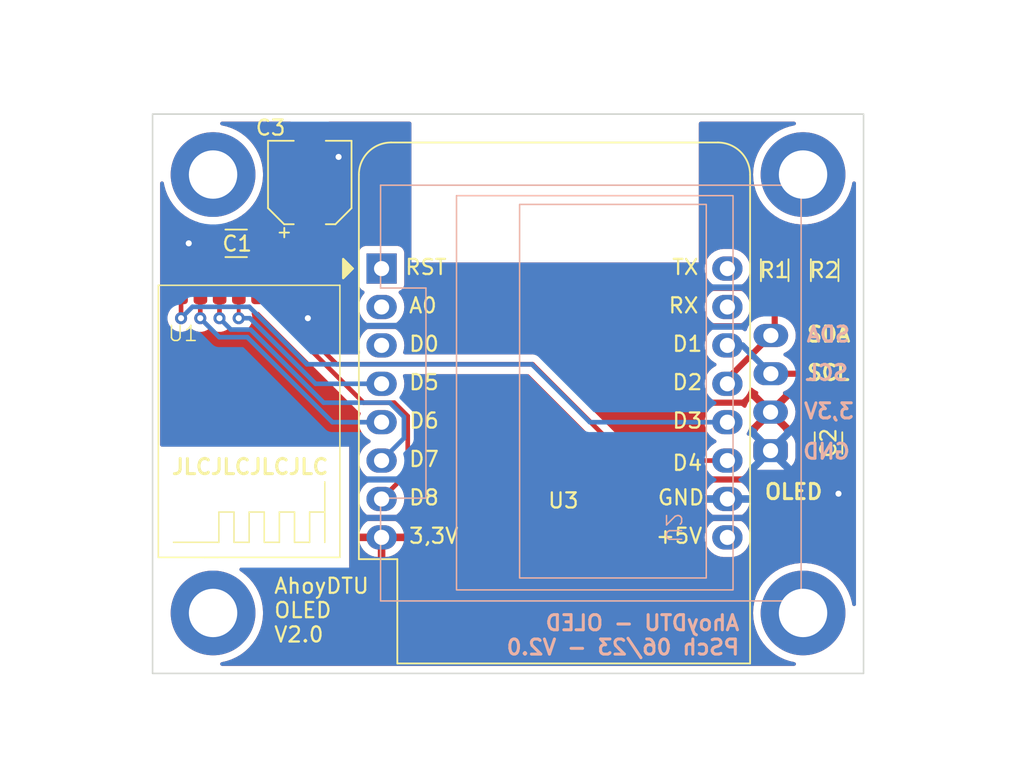
<source format=kicad_pcb>
(kicad_pcb (version 20221018) (generator pcbnew)
  (layers (0 "F.Cu" signal) (31 "B.Cu" signal) (34 "B.Paste" user) (35 "F.Paste" user) (36 "B.SilkS" user "B.Silkscreen") (37 "F.SilkS" user "F.Silkscreen") (38 "B.Mask" user) (39 "F.Mask" user) (44 "Edge.Cuts" user))
  (net 0 "")
  (net 1 "GNDD")
  (net 6 "D3")
  (net 7 "D4")
  (net 8 "SDA")
  (net 9 "D8")
  (net 10 "D7")
  (net 11 "D6")
  (net 12 "D5")
  (net 13 "SCL")
  (net 16 "+3.3V")
  (footprint "Module:WEMOS_D1_mini_light" (layer "F.Cu") (at 101.14 76.22)
    (fp_text reference "U3" (at 12.017 15.347) (layer "F.SilkS"))
    (fp_text value "WeMos_D1_mini")
    (fp_line (start -1.5 19.22) (end -1.5 -6.21) (stroke (width 0.12)) (layer "F.SilkS"))
    (fp_line (start -1.5 19.22) (end 1.04 19.22) (stroke (width 0.12)) (layer "F.SilkS"))
    (fp_line (start 1.04 19.22) (end 1.04 26.12) (stroke (width 0.12)) (layer "F.SilkS"))
    (fp_line (start 1.04 26.12) (end 24.36 26.12) (stroke (width 0.12)) (layer "F.SilkS"))
    (fp_line (start 22.24 -8.34) (end 0.63 -8.34) (stroke (width 0.12)) (layer "F.SilkS"))
    (fp_line (start 24.36 26.12) (end 24.36 -6.21) (stroke (width 0.12)) (layer "F.SilkS"))
    (fp_arc (start -1.5 -6.21) (mid -0.876137 -7.716137) (end 0.63 -8.34) (stroke (width 0.12)) (layer "F.SilkS"))
    (fp_arc (start 22.23 -8.34) (mid 23.736137 -7.716137) (end 24.36 -6.21) (stroke (width 0.12)) (layer "F.SilkS"))
    (fp_poly (pts (xy -2.54 -0.635) (xy -2.54 0.635) (xy -1.905 0)) (stroke (width 0.15)) (fill solid) (layer "F.SilkS"))
    (pad "1" thru_hole rect (at 0 0) (size 2 2) (drill 1) (layers "*.Cu" "*.Mask"))
    (pad "2" thru_hole oval (at 0 2.54) (size 2 1.6) (drill 1) (layers "*.Cu" "*.Mask"))
    (pad "3" thru_hole oval (at 0 5.08) (size 2 1.6) (drill 1) (layers "*.Cu" "*.Mask"))
    (pad "4" thru_hole oval (at 0 7.62) (size 2 1.6) (drill 1) (layers "*.Cu" "*.Mask") (net 12 "D5"))
    (pad "5" thru_hole oval (at 0 10.16) (size 2 1.6) (drill 1) (layers "*.Cu" "*.Mask") (net 11 "D6"))
    (pad "6" thru_hole oval (at 0 12.7) (size 2 1.6) (drill 1) (layers "*.Cu" "*.Mask") (net 10 "D7"))
    (pad "7" thru_hole oval (at 0 15.24) (size 2 1.6) (drill 1) (layers "*.Cu" "*.Mask") (net 9 "D8"))
    (pad "8" thru_hole oval (at 0 17.78) (size 2 1.6) (drill 1) (layers "*.Cu" "*.Mask") (net 16 "+3.3V"))
    (pad "9" thru_hole oval (at 22.86 17.78) (size 2 1.6) (drill 1) (layers "*.Cu" "*.Mask"))
    (pad "10" thru_hole oval (at 22.86 15.24) (size 2 1.6) (drill 1) (layers "*.Cu" "*.Mask") (net 1 "GNDD"))
    (pad "11" thru_hole oval (at 22.86 12.7) (size 2 1.6) (drill 1) (layers "*.Cu" "*.Mask") (net 7 "D4"))
    (pad "12" thru_hole oval (at 22.86 10.16) (size 2 1.6) (drill 1) (layers "*.Cu" "*.Mask") (net 6 "D3"))
    (pad "13" thru_hole oval (at 22.86 7.62) (size 2 1.6) (drill 1) (layers "*.Cu" "*.Mask") (net 8 "SDA"))
    (pad "14" thru_hole oval (at 22.86 5.08) (size 2 1.6) (drill 1) (layers "*.Cu" "*.Mask") (net 13 "SCL"))
    (pad "15" thru_hole oval (at 22.86 2.54) (size 2 1.6) (drill 1) (layers "*.Cu" "*.Mask"))
    (pad "16" thru_hole oval (at 22.86 0) (size 2 1.6) (drill 1) (layers "*.Cu" "*.Mask"))
  )
  (footprint "Resistor_SMD:R_1206_3216Metric_Pad1.30x1.75mm_HandSolder" (layer "F.Cu") (at 130.429 76.327 90)
    (fp_text reference "R2" (at 0 -0.0254) (layer "F.SilkS"))
    (fp_text value "1k")
    (fp_line (start -0.727064 -0.91) (end 0.727064 -0.91) (stroke (width 0.12)) (layer "F.SilkS"))
    (fp_line (start -0.727064 0.91) (end 0.727064 0.91) (stroke (width 0.12)) (layer "F.SilkS"))
    (pad "1" smd roundrect (at -1.55 0 90) (size 1.3 1.75) (layers "F.Cu" "F.Paste" "F.Mask") (roundrect_rratio 0.1923076923) (net 13 "SCL"))
    (pad "2" smd roundrect (at 1.55 0 90) (size 1.3 1.75) (layers "F.Cu" "F.Paste" "F.Mask") (roundrect_rratio 0.1923076923) (net 16 "+3.3V"))
  )
  (footprint "Capacitor_SMD:CP_Elec_5x5.3" (layer "F.Cu") (at 96.393 70.526 90)
    (fp_text reference "C3" (at 3.6224 -2.5908 180) (layer "F.SilkS"))
    (fp_text value "47µF/16V")
    (fp_line (start -3.625 -1.685) (end -3 -1.685) (stroke (width 0.12)) (layer "F.SilkS"))
    (fp_line (start -3.3125 -1.9975) (end -3.3125 -1.3725) (stroke (width 0.12)) (layer "F.SilkS"))
    (fp_line (start -2.76 -1.695563) (end -2.76 -1.06) (stroke (width 0.12)) (layer "F.SilkS"))
    (fp_line (start -2.76 -1.695563) (end -1.695563 -2.76) (stroke (width 0.12)) (layer "F.SilkS"))
    (fp_line (start -2.76 1.695563) (end -2.76 1.06) (stroke (width 0.12)) (layer "F.SilkS"))
    (fp_line (start -2.76 1.695563) (end -1.695563 2.76) (stroke (width 0.12)) (layer "F.SilkS"))
    (fp_line (start -1.695563 -2.76) (end 2.76 -2.76) (stroke (width 0.12)) (layer "F.SilkS"))
    (fp_line (start -1.695563 2.76) (end 2.76 2.76) (stroke (width 0.12)) (layer "F.SilkS"))
    (fp_line (start 2.76 -2.76) (end 2.76 -1.06) (stroke (width 0.12)) (layer "F.SilkS"))
    (fp_line (start 2.76 2.76) (end 2.76 1.06) (stroke (width 0.12)) (layer "F.SilkS"))
    (pad "1" smd roundrect (at -2.2 0 90) (size 3 1.6) (layers "F.Cu" "F.Paste" "F.Mask") (roundrect_rratio 0.15625) (net 16 "+3.3V"))
    (pad "2" smd roundrect (at 2.2 0 90) (size 3 1.6) (layers "F.Cu" "F.Paste" "F.Mask") (roundrect_rratio 0.15625) (net 1 "GNDD"))
  )
  (footprint "Resistor_SMD:R_1206_3216Metric_Pad1.30x1.75mm_HandSolder" (layer "F.Cu") (at 127.127 76.327 90)
    (fp_text reference "R1" (at 0 -0.0254) (layer "F.SilkS"))
    (fp_text value "1k")
    (fp_line (start -0.727064 -0.91) (end 0.727064 -0.91) (stroke (width 0.12)) (layer "F.SilkS"))
    (fp_line (start -0.727064 0.91) (end 0.727064 0.91) (stroke (width 0.12)) (layer "F.SilkS"))
    (pad "1" smd roundrect (at -1.55 0 90) (size 1.3 1.75) (layers "F.Cu" "F.Paste" "F.Mask") (roundrect_rratio 0.1923076923) (net 8 "SDA"))
    (pad "2" smd roundrect (at 1.55 0 90) (size 1.3 1.75) (layers "F.Cu" "F.Paste" "F.Mask") (roundrect_rratio 0.1923076923) (net 16 "+3.3V"))
  )
  (footprint "MountingHole:MountingHole_3.2mm_M3_DIN965_Pad" (layer "F.Cu") (at 129 70)
    (fp_text reference "H2" hide)
    (fp_text value "MountingHole")
    (pad "1" thru_hole circle (at 0 0) (size 5.6 5.6) (drill 3.2) (layers "*.Cu" "*.Mask"))
  )
  (footprint "MountingHole:MountingHole_3.2mm_M3_DIN965_Pad" (layer "F.Cu") (at 90 70)
    (fp_text reference "H1" hide)
    (fp_text value "MountingHole")
    (pad "1" thru_hole circle (at 0 0) (size 5.6 5.6) (drill 3.2) (layers "*.Cu" "*.Mask"))
  )
  (footprint "MountingHole:MountingHole_3.2mm_M3_DIN965_Pad" (layer "F.Cu") (at 90 99)
    (fp_text reference "H4" hide)
    (fp_text value "MountingHole")
    (pad "1" thru_hole circle (at 0 0) (size 5.6 5.6) (drill 3.2) (layers "*.Cu" "*.Mask"))
  )
  (footprint "MountingHole:MountingHole_3.2mm_M3_DIN965_Pad" (layer "F.Cu") (at 129 99)
    (fp_text reference "H3" hide)
    (fp_text value "MountingHole")
    (pad "1" thru_hole circle (at 0 0) (size 5.6 5.6) (drill 3.2) (layers "*.Cu" "*.Mask"))
  )
  (footprint "lib_psch:NRF24L01+_SMD" (layer "F.Cu") (at 92.384 77.325 180)
    (fp_text reference "U1" (at 4.373 -3.193 unlocked) (layer "F.SilkS") (effects (font (thickness 0.1))))
    (fp_text value "~")
    (fp_line (start -6 -18) (end -6 0) (stroke (width 0.1)) (layer "F.SilkS"))
    (fp_line (start -6 0) (end 6 0) (stroke (width 0.1)) (layer "F.SilkS"))
    (fp_line (start -5 -17) (end -5 -13) (stroke (width 0.1)) (layer "F.SilkS"))
    (fp_line (start -5 -15) (end -5 -17) (stroke (width 0.1)) (layer "F.SilkS"))
    (fp_line (start -5 -15) (end -4 -15) (stroke (width 0.1)) (layer "F.SilkS"))
    (fp_line (start -4 -17) (end -3 -17) (stroke (width 0.1)) (layer "F.SilkS"))
    (fp_line (start -4 -15) (end -4 -17) (stroke (width 0.1)) (layer "F.SilkS"))
    (fp_line (start -3 -17) (end -3 -15) (stroke (width 0.1)) (layer "F.SilkS"))
    (fp_line (start -3 -15) (end -2 -15) (stroke (width 0.1)) (layer "F.SilkS"))
    (fp_line (start -2 -17) (end -1 -17) (stroke (width 0.1)) (layer "F.SilkS"))
    (fp_line (start -2 -15) (end -2 -17) (stroke (width 0.1)) (layer "F.SilkS"))
    (fp_line (start -1 -17) (end -1 -15) (stroke (width 0.1)) (layer "F.SilkS"))
    (fp_line (start -1 -15) (end 0 -15) (stroke (width 0.1)) (layer "F.SilkS"))
    (fp_line (start 0 -17) (end 1 -17) (stroke (width 0.1)) (layer "F.SilkS"))
    (fp_line (start 0 -15) (end 0 -17) (stroke (width 0.1)) (layer "F.SilkS"))
    (fp_line (start 1 -17) (end 1 -15) (stroke (width 0.1)) (layer "F.SilkS"))
    (fp_line (start 1 -15) (end 2 -15) (stroke (width 0.1)) (layer "F.SilkS"))
    (fp_line (start 2 -18) (end 3 -18) (stroke (width 0.1)) (layer "F.SilkS"))
    (fp_line (start 2 -17) (end 5 -17) (stroke (width 0.1)) (layer "F.SilkS"))
    (fp_line (start 2 -15) (end 2 -17) (stroke (width 0.1)) (layer "F.SilkS"))
    (fp_line (start 6 -18) (end -6 -18) (stroke (width 0.1)) (layer "F.SilkS"))
    (fp_line (start 6 0) (end 6 -18) (stroke (width 0.1)) (layer "F.SilkS"))
    (pad "1" smd roundrect (at -4.4 0 270) (size 2.5 0.9) (layers "F.Cu" "F.Paste" "F.Mask") (net 16 "+3.3V"))
    (pad "2" smd roundrect (at -3.13 0 270) (size 2.5 0.9) (layers "F.Cu" "F.Paste" "F.Mask") (net 1 "GNDD"))
    (pad "3" smd roundrect (at -1.86 0 270) (size 2.5 0.9) (layers "F.Cu" "F.Paste" "F.Mask") (net 7 "D4"))
    (pad "4" smd roundrect (at -0.59 0 270) (size 2.5 0.9) (layers "F.Cu" "F.Paste" "F.Mask") (net 9 "D8"))
    (pad "5" smd roundrect (at 0.68 0 270) (size 2.5 0.9) (layers "F.Cu" "F.Paste" "F.Mask") (net 12 "D5"))
    (pad "6" smd roundrect (at 1.95 0 270) (size 2.5 0.9) (layers "F.Cu" "F.Paste" "F.Mask") (net 10 "D7"))
    (pad "7" smd roundrect (at 3.22 0 270) (size 2.5 0.9) (layers "F.Cu" "F.Paste" "F.Mask") (net 11 "D6"))
    (pad "8" smd roundrect (at 4.5 0 270) (size 2.5 0.9) (layers "F.Cu" "F.Paste" "F.Mask") (net 6 "D3"))
  )
  (footprint "Capacitor_SMD:C_1206_3216Metric_Pad1.33x1.80mm_HandSolder" (layer "F.Cu") (at 91.5285 74.549 180)
    (fp_text reference "C1" (at -0.0639 -0.0254) (layer "F.SilkS"))
    (fp_text value "100nF")
    (fp_line (start -0.711252 -0.91) (end 0.711252 -0.91) (stroke (width 0.12)) (layer "F.SilkS"))
    (fp_line (start -0.711252 0.91) (end 0.711252 0.91) (stroke (width 0.12)) (layer "F.SilkS"))
    (pad "1" smd roundrect (at -1.5625 0 180) (size 1.325 1.8) (layers "F.Cu" "F.Paste" "F.Mask") (roundrect_rratio 0.1886792453) (net 16 "+3.3V"))
    (pad "2" smd roundrect (at 1.5625 0 180) (size 1.325 1.8) (layers "F.Cu" "F.Paste" "F.Mask") (roundrect_rratio 0.1886792453) (net 1 "GNDD"))
  )
  (footprint "Capacitor_SMD:C_1206_3216Metric_Pad1.33x1.80mm_HandSolder" (layer "F.Cu") (at 130.683 87.757 90)
    (fp_text reference "C2" (at 0 0 90) (layer "F.SilkS"))
    (fp_text value "100nF" hide)
    (fp_line (start -0.711252 -0.91) (end 0.711252 -0.91) (stroke (width 0.12)) (layer "F.SilkS"))
    (fp_line (start -0.711252 0.91) (end 0.711252 0.91) (stroke (width 0.12)) (layer "F.SilkS"))
    (pad "1" smd roundrect (at -1.5625 0 90) (size 1.325 1.8) (layers "F.Cu" "F.Paste" "F.Mask") (roundrect_rratio 0.1886792453) (net 1 "GNDD"))
    (pad "2" smd roundrect (at 1.5625 0 90) (size 1.325 1.8) (layers "F.Cu" "F.Paste" "F.Mask") (roundrect_rratio 0.1886792453) (net 16 "+3.3V"))
  )
  (footprint "lib_psch:OLED_0.96" (layer "B.Cu") (at 101.073 98.205 90)
    (fp_text reference "U2" (at 4.84 19.36 270 unlocked) (layer "B.SilkS") (effects (font (thickness 0.1)) (justify mirror)))
    (fp_text value "~")
    (fp_line (start 0 0) (end 0 27.8) (stroke (width 0.1)) (layer "B.SilkS"))
    (fp_line (start 0 0) (end 6.8 0) (stroke (width 0.1)) (layer "B.SilkS"))
    (fp_line (start 0 27.8) (end 27.5 27.8) (stroke (width 0.1)) (layer "B.SilkS"))
    (fp_line (start 6.8 0) (end 6.8 3) (stroke (width 0.1)) (layer "B.SilkS"))
    (fp_line (start 6.8 3) (end 20.7 3) (stroke (width 0.1)) (layer "B.SilkS"))
    (fp_line (start 20.7 0) (end 20.7 3) (stroke (width 0.1)) (layer "B.SilkS"))
    (fp_line (start 27.5 0) (end 20.7 0) (stroke (width 0.1)) (layer "B.SilkS"))
    (fp_line (start 27.5 27.8) (end 27.5 0) (stroke (width 0.1)) (layer "B.SilkS"))
    (fp_rect (start 0.73 23.3) (end 26.81 5.02) (stroke (width 0.1)) (fill none) (layer "B.SilkS"))
    (fp_rect (start 1.52 21.53) (end 26.23 9.19) (stroke (width 0.1)) (fill none) (layer "B.SilkS"))
    (pad "1" thru_hole roundrect (at 9.94 25.78) (size 2.286 1.524) (drill 1) (layers "*.Cu" "*.Mask") (net 1 "GNDD"))
    (pad "2" thru_hole oval (at 12.49 25.78) (size 2.286 1.524) (drill 1) (layers "*.Cu" "*.Mask") (net 16 "+3.3V"))
    (pad "3" thru_hole oval (at 15.03 25.8) (size 2.286 1.524) (drill 1) (layers "*.Cu" "*.Mask") (net 13 "SCL"))
    (pad "4" thru_hole oval (at 17.56 25.8) (size 2.286 1.524) (drill 1) (layers "*.Cu" "*.Mask") (net 8 "SDA"))
  )
  (gr_rect (start 86 66) (end 133 103) (stroke (width 0.1)) (fill none) (layer "Edge.Cuts"))
  (gr_text "GND" (at 132.207 88.9) (layer "B.SilkS") (effects (font (size 1 1) (thickness 0.2) bold) (justify left bottom mirror)))
  (gr_text "SDA" (at 132.207 81.153) (layer "B.SilkS") (effects (font (size 1 1) (thickness 0.2) bold) (justify left bottom mirror)))
  (gr_text "SCL" (at 132.08 83.693) (layer "B.SilkS") (effects (font (size 1 1) (thickness 0.2) bold) (justify left bottom mirror)))
  (gr_text "3,3V" (at 132.461 86.233) (layer "B.SilkS") (effects (font (size 1 1) (thickness 0.2) bold) (justify left bottom mirror)))
  (gr_text "AhoyDTU - OLED\nPSch 06/23 - V2.0" (at 124.8918 101.854) (layer "B.SilkS") (effects (font (size 1 1) (thickness 0.2) bold) (justify left bottom mirror)))
  (gr_text "JLCJLCJLCJLC" (at 87.1728 89.916) (layer "F.SilkS") (effects (font (size 1 1) (thickness 0.2) bold) (justify left bottom)))
  (gr_text "TX" (at 122.174 76.708) (layer "F.SilkS") (effects (font (size 1 1)) (justify right bottom)))
  (gr_text "D7" (at 102.87 89.408) (layer "F.SilkS") (effects (font (size 1 1)) (justify left bottom)))
  (gr_text "AhoyDTU\nOLED\nV2.0" (at 93.9546 101.0158) (layer "F.SilkS") (effects (font (size 1 1)) (justify left bottom)))
  (gr_text "D8" (at 102.87 91.948) (layer "F.SilkS") (effects (font (size 1 1)) (justify left bottom)))
  (gr_text "D3" (at 122.428 86.868) (layer "F.SilkS") (effects (font (size 1 1)) (justify right bottom)))
  (gr_text "RST" (at 102.616 76.708) (layer "F.SilkS") (effects (font (size 1 1)) (justify left bottom)))
  (gr_text "OLED" (at 126.365 91.567) (layer "F.SilkS") (effects (font (size 1 1) (thickness 0.2) bold) (justify left bottom)))
  (gr_text "D0" (at 102.87 81.788) (layer "F.SilkS") (effects (font (size 1 1)) (justify left bottom)))
  (gr_text "SCL" (at 129.159 83.693) (layer "F.SilkS") (effects (font (size 1 1) (thickness 0.2) bold) (justify left bottom)))
  (gr_text "D5" (at 102.87 84.328) (layer "F.SilkS") (effects (font (size 1 1)) (justify left bottom)))
  (gr_text "A0" (at 102.87 79.248) (layer "F.SilkS") (effects (font (size 1 1)) (justify left bottom)))
  (gr_text "+5V" (at 122.428 94.488) (layer "F.SilkS") (effects (font (size 1 1)) (justify right bottom)))
  (gr_text "D4" (at 122.428 89.662) (layer "F.SilkS") (effects (font (size 1 1)) (justify right bottom)))
  (gr_text "GND" (at 122.555 91.948) (layer "F.SilkS") (effects (font (size 1 1)) (justify right bottom)))
  (gr_text "RX" (at 122.174 79.248) (layer "F.SilkS") (effects (font (size 1 1)) (justify right bottom)))
  (gr_text "SDA" (at 129.159 81.153) (layer "F.SilkS") (effects (font (size 1 1) (thickness 0.2) bold) (justify left bottom)))
  (gr_text "D1" (at 122.428 81.788) (layer "F.SilkS") (effects (font (size 1 1)) (justify right bottom)))
  (gr_text "D2" (at 122.428 84.328) (layer "F.SilkS") (effects (font (size 1 1)) (justify right bottom)))
  (gr_text "D6" (at 102.87 86.868) (layer "F.SilkS") (effects (font (size 1 1)) (justify left bottom)))
  (gr_text "3,3V" (at 102.87 94.488) (layer "F.SilkS") (effects (font (size 1 1)) (justify left bottom)))
  (segment (start 96.266 79.502) (end 95.514 78.75) (width 0.508) (layer "F.Cu") (net 1))
  (segment (start 130.683 90.4494) (end 131.3434 91.1098) (width 0.508) (layer "F.Cu") (net 1))
  (segment (start 130.683 89.3195) (end 130.683 90.4494) (width 0.508) (layer "F.Cu") (net 1))
  (segment (start 88.392 74.549) (end 89.966 74.549) (width 0.508) (layer "F.Cu") (net 1))
  (segment (start 95.514 78.75) (end 95.514 77.325) (width 0.508) (layer "F.Cu") (net 1))
  (segment (start 98.298 68.834) (end 96.901 68.834) (width 0.508) (layer "F.Cu") (net 1))
  (segment (start 96.901 68.834) (end 96.393 68.326) (width 0.4064) (layer "F.Cu") (net 1))
  (via (at 96.266 79.502) (size 0.8) (drill 0.4) (layers "F.Cu" "B.Cu") (net 1))
  (via (at 98.298 68.834) (size 0.8) (drill 0.4) (layers "F.Cu" "B.Cu") (net 1))
  (via (at 131.3434 91.1098) (size 0.8) (drill 0.4) (layers "F.Cu" "B.Cu") (net 1))
  (via (at 88.392 74.549) (size 0.8) (drill 0.4) (layers "F.Cu" "B.Cu") (net 1))
  (segment (start 103.3018 80.01) (end 99.7204 80.01) (width 0.4064) (layer "B.Cu") (net 1))
  (segment (start 124.968 77.47) (end 122.682 77.47) (width 0.4064) (layer "B.Cu") (net 1))
  (segment (start 103.124 92.71) (end 99.695 92.71) (width 0.4064) (layer "B.Cu") (net 1))
  (segment (start 124.9172 80.0608) (end 122.682 80.0608) (width 0.4064) (layer "B.Cu") (net 1))
  (segment (start 125.222 92.71) (end 122.555 92.71) (width 0.4064) (layer "B.Cu") (net 1))
  (segment (start 100.076 90.17) (end 102.2858 90.17) (width 0.4064) (layer "B.Cu") (net 1))
  (segment (start 87.884 79.502) (end 87.884 77.325) (width 0.3048) (layer "F.Cu") (net 6))
  (via (at 87.884 79.502) (size 0.8) (drill 0.4) (layers "F.Cu" "B.Cu") (net 6))
  (segment (start 92.397392 78.7496) (end 88.6364 78.7496) (width 0.3048) (layer "B.Cu") (net 6))
  (segment (start 96.197792 82.55) (end 92.397392 78.7496) (width 0.3048) (layer "B.Cu") (net 6))
  (segment (start 111.0755 82.55) (end 96.197792 82.55) (width 0.3048) (layer "B.Cu") (net 6))
  (segment (start 114.9055 86.38) (end 111.0755 82.55) (width 0.3048) (layer "B.Cu") (net 6))
  (segment (start 88.6364 78.7496) (end 87.884 79.502) (width 0.3048) (layer "B.Cu") (net 6))
  (segment (start 124 86.38) (end 114.9055 86.38) (width 0.3048) (layer "B.Cu") (net 6))
  (segment (start 117.495 88.92) (end 111.125 82.55) (width 0.3048) (layer "F.Cu") (net 7))
  (segment (start 124 88.92) (end 117.495 88.92) (width 0.3048) (layer "F.Cu") (net 7))
  (segment (start 111.125 82.55) (end 98.171 82.55) (width 0.3048) (layer "F.Cu") (net 7))
  (segment (start 98.171 82.55) (end 94.27 78.649) (width 0.3048) (layer "F.Cu") (net 7))
  (segment (start 94.27 78.649) (end 94.27 77) (width 0.3048) (layer "F.Cu") (net 7))
  (segment (start 127.127 77.877) (end 127.127 80.0608) (width 0.4064) (layer "F.Cu") (net 8))
  (segment (start 126.873 80.645) (end 124 83.518) (width 0.4064) (layer "F.Cu") (net 8))
  (segment (start 93 77) (end 93 78.141) (width 0.3048) (layer "F.Cu") (net 9))
  (segment (start 92.974 78.121567) (end 92.974 77.325) (width 0.3048) (layer "F.Cu") (net 9))
  (segment (start 101.981 85.09) (end 99.942433 85.09) (width 0.3048) (layer "F.Cu") (net 9))
  (segment (start 102.87 89.73) (end 102.87 85.979) (width 0.3048) (layer "F.Cu") (net 9))
  (segment (start 99.942433 85.09) (end 92.974 78.121567) (width 0.3048) (layer "F.Cu") (net 9))
  (segment (start 102.87 85.979) (end 101.981 85.09) (width 0.3048) (layer "F.Cu") (net 9))
  (segment (start 101.14 91.46) (end 102.87 89.73) (width 0.3048) (layer "F.Cu") (net 9))
  (segment (start 90.424 79.502) (end 90.424 77.335) (width 0.3048) (layer "F.Cu") (net 10))
  (segment (start 90.424 77.335) (end 90.434 77.325) (width 0.3048) (layer "F.Cu") (net 10))
  (via (at 90.424 79.502) (size 0.8) (drill 0.4) (layers "F.Cu" "B.Cu") (net 10))
  (segment (start 97.310001 85.09) (end 101.67974 85.09) (width 0.3048) (layer "B.Cu") (net 10))
  (segment (start 101.67974 85.09) (end 102.616 86.02626) (width 0.3048) (layer "B.Cu") (net 10))
  (segment (start 102.616 87.444) (end 101.14 88.92) (width 0.3048) (layer "B.Cu") (net 10))
  (segment (start 91.1764 80.2544) (end 92.474401 80.2544) (width 0.3048) (layer "B.Cu") (net 10))
  (segment (start 92.474401 80.2544) (end 97.310001 85.09) (width 0.3048) (layer "B.Cu") (net 10))
  (segment (start 90.424 79.502) (end 91.1764 80.2544) (width 0.3048) (layer "B.Cu") (net 10))
  (segment (start 102.616 86.02626) (end 102.616 87.444) (width 0.3048) (layer "B.Cu") (net 10))
  (segment (start 89.154 79.502) (end 89.154 77.335) (width 0.3048) (layer "F.Cu") (net 11))
  (segment (start 89.154 77.335) (end 89.164 77.325) (width 0.3048) (layer "F.Cu") (net 11))
  (via (at 89.154 79.502) (size 0.8) (drill 0.4) (layers "F.Cu" "B.Cu") (net 11))
  (segment (start 90.4112 80.7592) (end 92.265305 80.7592) (width 0.3048) (layer "B.Cu") (net 11))
  (segment (start 97.886105 86.38) (end 101.14 86.38) (width 0.3048) (layer "B.Cu") (net 11))
  (segment (start 92.265305 80.7592) (end 97.886105 86.38) (width 0.3048) (layer "B.Cu") (net 11))
  (segment (start 89.154 79.502) (end 90.4112 80.7592) (width 0.3048) (layer "B.Cu") (net 11))
  (segment (start 91.694 79.502) (end 91.694 77.335) (width 0.25) (layer "F.Cu") (net 12))
  (segment (start 91.694 77.335) (end 91.704 77.325) (width 0.25) (layer "F.Cu") (net 12))
  (via (at 91.694 79.502) (size 0.8) (drill 0.4) (layers "F.Cu" "B.Cu") (net 12))
  (segment (start 92.435896 79.502) (end 96.773896 83.84) (width 0.3048) (layer "B.Cu") (net 12))
  (segment (start 91.694 79.502) (end 92.435896 79.502) (width 0.3048) (layer "B.Cu") (net 12))
  (segment (start 96.773896 83.84) (end 101.14 83.84) (width 0.3048) (layer "B.Cu") (net 12))
  (segment (start 130.429 81.915) (end 130.429 77.877) (width 0.4064) (layer "F.Cu") (net 13))
  (segment (start 129.169 83.175) (end 130.429 81.915) (width 0.4064) (layer "F.Cu") (net 13))
  (segment (start 126.873 83.175) (end 129.169 83.175) (width 0.4064) (layer "F.Cu") (net 13))
  (segment (start 124 81.3) (end 124.998 81.3) (width 0.4064) (layer "B.Cu") (net 13))
  (segment (start 124.998 81.3) (end 126.873 83.175) (width 0.4064) (layer "B.Cu") (net 13))
  (segment (start 122.809 90.17) (end 125.222 90.17) (width 0.4064) (layer "F.Cu") (net 16))
  (segment (start 122.1232 92.71) (end 125.2728 92.71) (width 0.4064) (layer "F.Cu") (net 16))
  (segment (start 100.203 92.71) (end 102.235 92.71) (width 0.4064) (layer "F.Cu") (net 16))
  (segment (start 122.1486 80.0354) (end 125.0188 80.0354) (width 0.4064) (layer "F.Cu") (net 16))
  (segment (start 122.682 85.09) (end 124.968 85.09) (width 0.4064) (layer "F.Cu") (net 16))
  (segment (start 125.3958 77.4954) (end 122.4748 77.4954) (width 0.4064) (layer "F.Cu") (net 16))
  (segment (start 99.441 80.01) (end 102.743 80.01) (width 0.4064) (layer "F.Cu") (net 16))
  (zone (net 16) (net_name "+3.3V") (layer "F.Cu") (connect_pads (clearance 0.5)) (min_thickness 0.25) (fill yes (thermal_gap 0.5) (thermal_bridge_width 0.5))
    (polygon (pts (xy 85 65) (xy 134 65) (xy 134 104) (xy 85 104)))
  )
  (zone (net 0) (net_name "") (layers "F&B.Cu") (name "Antenne") (connect_pads (clearance 0)) (min_thickness 0.25)
    (keepout (tracks not_allowed) (vias not_allowed) (pads not_allowed) (copperpour not_allowed) (footprints allowed))
    (fill (thermal_gap 0.5) (thermal_bridge_width 0.5))
    (polygon (pts (xy 85 88) (xy 99 88) (xy 99 96) (xy 85 96)))
  )
  (zone (net 0) (net_name "") (layers "F&B.Cu") (name "AntenneD1") (connect_pads (clearance 0)) (min_thickness 0.25)
    (keepout (tracks not_allowed) (vias not_allowed) (pads not_allowed) (copperpour not_allowed) (footprints allowed))
    (fill (thermal_gap 0.5) (thermal_bridge_width 0.5))
    (polygon (pts (xy 103.111 66.041) (xy 122.111 66.041) (xy 122.111 75.819) (xy 103.111 75.819)))
  )
  (zone (net 1) (net_name "GNDD") (layer "B.Cu") (priority 1) (connect_pads (clearance 0.5)) (min_thickness 0.25) (fill yes (thermal_gap 0.5) (thermal_bridge_width 0.5))
    (polygon (pts (xy 85 65) (xy 134 65) (xy 134 104) (xy 85 104)))
  )
)
</source>
